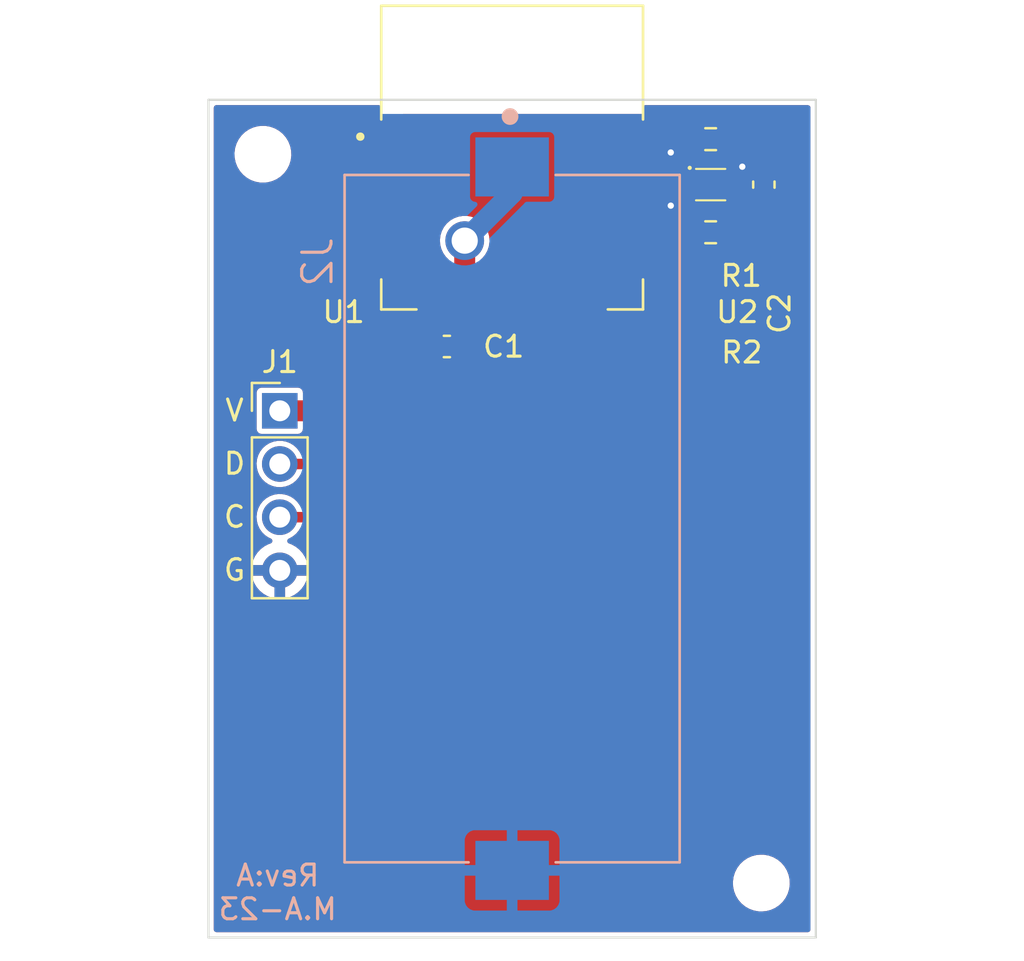
<source format=kicad_pcb>
(kicad_pcb (version 20211014) (generator pcbnew)
  (title_block (title "Temperature node") (date "2023-01-07") (rev "A") (company "Markus Andersson"))
  (layers (0 "F.Cu" signal) (31 "B.Cu" signal) (34 "B.Paste" user) (35 "F.Paste" user) (36 "B.SilkS" user "B.Silkscreen") (37 "F.SilkS" user "F.Silkscreen") (38 "B.Mask" user) (39 "F.Mask" user) (44 "Edge.Cuts" user))
  (net 0 "")
  (net 1 "+BATT")
  (net 2 "GND")
  (net 3 "/TEMP_VDD")
  (net 4 "/SWDIO")
  (net 5 "/SWCLK")
  (net 6 "/SDA")
  (net 7 "/SCL")
  (footprint "Resistor_SMD:R_0603_1608Metric_Pad0.98x0.95mm_HandSolder" (layer "F.Cu") (at 160.655 81.28 180)
    (fp_text reference "R1" (at -1.46 -6.525) (layer "F.SilkS"))
    (fp_text value "4k7")
    (fp_line (start -0.254724 -0.5225) (end 0.254724 -0.5225) (layer "F.SilkS") (width 0.12))
    (fp_line (start -0.254724 0.5225) (end 0.254724 0.5225) (layer "F.SilkS") (width 0.12))
    (pad "1" smd roundrect (at -0.9125 0 180) (size 0.975 0.95) (layers "F.Cu" "F.Paste" "F.Mask") (net 3 "/TEMP_VDD"))
    (pad "2" smd roundrect (at 0.9125 0 180) (size 0.975 0.95) (layers "F.Cu" "F.Paste" "F.Mask") (net 6 "/SDA"))
  )
  (footprint "MountingHole:MountingHole_2.2mm_M2_DIN965" (layer "F.Cu") (at 139.275 82)
    (fp_text reference "MH1" hide)
    (fp_text value "MountingHole_2.2mm_M2_DIN965")
    (pad "" np_thru_hole circle (at 0 0) (size 2.2 2.2) (drill 2.2) (layers *.Cu *.Mask))
  )
  (footprint "Resistor_SMD:R_0603_1608Metric_Pad0.98x0.95mm_HandSolder" (layer "F.Cu") (at 160.655 85.725 180)
    (fp_text reference "R2" (at -1.485 -5.74) (layer "F.SilkS"))
    (fp_text value "4k7")
    (fp_line (start -0.254724 0.5225) (end 0.254724 0.5225) (layer "F.SilkS") (width 0.12))
    (fp_line (start -0.254724 -0.5225) (end 0.254724 -0.5225) (layer "F.SilkS") (width 0.12))
    (pad "1" smd roundrect (at -0.9125 0 180) (size 0.975 0.95) (layers "F.Cu" "F.Paste" "F.Mask") (net 3 "/TEMP_VDD"))
    (pad "2" smd roundrect (at 0.9125 0 180) (size 0.975 0.95) (layers "F.Cu" "F.Paste" "F.Mask") (net 7 "/SCL"))
  )
  (footprint "Capacitor_SMD:C_0603_1608Metric_Pad1.08x0.95mm_HandSolder" (layer "F.Cu") (at 148.06 91.18 180)
    (fp_text reference "C1" (at -2.71 -0.005) (layer "F.SilkS"))
    (fp_text value "100n")
    (fp_line (start -0.146267 -0.51) (end 0.146267 -0.51) (layer "F.SilkS") (width 0.12))
    (fp_line (start -0.146267 0.51) (end 0.146267 0.51) (layer "F.SilkS") (width 0.12))
    (pad "1" smd roundrect (at -0.8625 0 180) (size 1.075 0.95) (layers "F.Cu" "F.Paste" "F.Mask") (net 1 "+BATT"))
    (pad "2" smd roundrect (at 0.8625 0 180) (size 1.075 0.95) (layers "F.Cu" "F.Paste" "F.Mask") (net 2 "GND"))
  )
  (footprint "STS4X:STS4X" (layer "F.Cu") (at 160.655 83.45)
    (fp_text reference "U2" (at 1.27 6.085) (layer "F.SilkS"))
    (fp_text value "STS40-CD1B-R3")
    (fp_line (start -0.7 -0.75) (end 0.7 -0.75) (layer "F.SilkS") (width 0.1))
    (fp_line (start -0.7 0.75) (end 0.7 0.75) (layer "F.SilkS") (width 0.1))
    (fp_circle (center -1 -0.8) (end -0.95 -0.8) (layer "F.SilkS") (width 0.1) (fill none))
    (pad "1" smd rect locked (at -0.7 -0.4) (size 0.5 0.3) (layers "F.Cu" "F.Paste" "F.Mask") (net 6 "/SDA"))
    (pad "2" smd rect locked (at -0.7 0.4) (size 0.5 0.3) (layers "F.Cu" "F.Paste" "F.Mask") (net 7 "/SCL"))
    (pad "3" smd rect locked (at 0.7 0.4) (size 0.5 0.3) (layers "F.Cu" "F.Paste" "F.Mask") (net 3 "/TEMP_VDD"))
    (pad "4" smd rect locked (at 0.7 -0.4) (size 0.5 0.3) (layers "F.Cu" "F.Paste" "F.Mask") (net 2 "GND"))
  )
  (footprint "MountingHole:MountingHole_2.2mm_M2_DIN965" (layer "F.Cu") (at 163.075 116.8)
    (fp_text reference "MH2" hide)
    (fp_text value "MountingHole_2.2mm_M2_DIN965")
    (pad "" np_thru_hole circle (at 0 0) (size 2.2 2.2) (drill 2.2) (layers *.Cu *.Mask))
  )
  (footprint "DA14531MOD-00F01002:XCVR_DA14531MOD-00F01002" (layer "F.Cu") (at 151.175 82.16)
    (fp_text reference "U1" (at -8.046 7.375) (layer "F.SilkS"))
    (fp_text value "DA14531MOD-00F01002")
    (fp_line (start 6.25 7.25) (end 4.57 7.25) (layer "F.SilkS") (width 0.127))
    (fp_line (start -6.25 -7.25) (end 6.25 -7.25) (layer "F.SilkS") (width 0.127))
    (fp_line (start -6.25 -1.82) (end -6.25 -7.25) (layer "F.SilkS") (width 0.127))
    (fp_line (start 6.25 -7.25) (end 6.25 -1.82) (layer "F.SilkS") (width 0.127))
    (fp_line (start -4.57 7.25) (end -6.25 7.25) (layer "F.SilkS") (width 0.127))
    (fp_line (start 6.25 5.82) (end 6.25 7.25) (layer "F.SilkS") (width 0.127))
    (fp_line (start -6.25 7.25) (end -6.25 5.82) (layer "F.SilkS") (width 0.127))
    (fp_circle (center -7.25 -1) (end -7.15 -1) (layer "F.SilkS") (width 0.2) (fill none))
    (pad "J1" smd custom locked (at -5.75 -1) (size 0.1 0.1) (layers "F.Cu") (net 2 "GND") (options (clearance outline) (anchor rect)) (primitives (gr_poly (pts (xy 0.1 -0.5) (xy -0.5 -0.5) (xy -0.526 -0.499) (xy -0.552 -0.497) (xy -0.578 -0.494) (xy -0.604 -0.489) (xy -0.629 -0.483) (xy -0.655 -0.476) (xy -0.679 -0.467) (xy -0.703 -0.457) (xy -0.727 -0.446) (xy -0.75 -0.433) (xy -0.772 -0.419) (xy -0.794 -0.405) (xy -0.815 -0.389) (xy -0.835 -0.372) (xy -0.854 -0.354) (xy -0.872 -0.335) (xy -0.889 -0.315) (xy -0.905 -0.294) (xy -0.919 -0.272) (xy -0.933 -0.25) (xy -0.946 -0.227) (xy -0.957 -0.203) (xy -0.967 -0.179) (xy -0.976 -0.155) (xy -0.983 -0.129) (xy -0.989 -0.104) (xy -0.994 -0.078) (xy -0.997 -0.052) (xy -0.999 -0.026) (xy -1 0) (xy -0.999 0.026) (xy -0.997 0.052) (xy -0.994 0.078) (xy -0.989 0.104) (xy -0.983 0.129) (xy -0.976 0.155) (xy -0.967 0.179) (xy -0.957 0.203) (xy -0.946 0.227) (xy -0.933 0.25) (xy -0.919 0.272) (xy -0.905 0.294) (xy -0.889 0.315) (xy -0.872 0.335) (xy -0.854 0.354) (xy -0.835 0.372) (xy -0.815 0.389) (xy -0.794 0.405) (xy -0.772 0.419) (xy -0.75 0.433) (xy -0.727 0.446) (xy -0.703 0.457) (xy -0.679 0.467) (xy -0.655 0.476) (xy -0.629 0.483) (xy -0.604 0.489) (xy -0.578 0.494) (xy -0.552 0.497) (xy -0.526 0.499) (xy -0.5 0.5) (xy 0.1 0.5) (xy 0.1 -0.5)) (width 0.01) (fill yes))))
    (pad "J2" smd custom locked (at -5.75 0.5) (size 0.1 0.1) (layers "F.Cu") (net 2 "GND") (options (clearance outline) (anchor rect)) (primitives (gr_poly (pts (xy 1 -0.5) (xy -0.5 -0.5) (xy -0.526 -0.499) (xy -0.552 -0.497) (xy -0.578 -0.494) (xy -0.604 -0.489) (xy -0.629 -0.483) (xy -0.655 -0.476) (xy -0.679 -0.467) (xy -0.703 -0.457) (xy -0.727 -0.446) (xy -0.75 -0.433) (xy -0.772 -0.419) (xy -0.794 -0.405) (xy -0.815 -0.389) (xy -0.835 -0.372) (xy -0.854 -0.354) (xy -0.872 -0.335) (xy -0.889 -0.315) (xy -0.905 -0.294) (xy -0.919 -0.272) (xy -0.933 -0.25) (xy -0.946 -0.227) (xy -0.957 -0.203) (xy -0.967 -0.179) (xy -0.976 -0.155) (xy -0.983 -0.129) (xy -0.989 -0.104) (xy -0.994 -0.078) (xy -0.997 -0.052) (xy -0.999 -0.026) (xy -1 0) (xy -0.999 0.026) (xy -0.997 0.052) (xy -0.994 0.078) (xy -0.989 0.104) (xy -0.983 0.129) (xy -0.976 0.155) (xy -0.967 0.179) (xy -0.957 0.203) (xy -0.946 0.227) (xy -0.933 0.25) (xy -0.919 0.272) (xy -0.905 0.294) (xy -0.889 0.315) (xy -0.872 0.335) (xy -0.854 0.354) (xy -0.835 0.372) (xy -0.815 0.389) (xy -0.794 0.405) (xy -0.772 0.419) (xy -0.75 0.433) (xy -0.727 0.446) (xy -0.703 0.457) (xy -0.679 0.467) (xy -0.655 0.476) (xy -0.629 0.483) (xy -0.604 0.489) (xy -0.578 0.494) (xy -0.552 0.497) (xy -0.526 0.499) (xy -0.5 0.5) (xy 1 0.5) (xy 1 -0.5)) (width 0.01) (fill yes))))
    (pad "J3" smd custom locked (at -5.75 2) (size 0.1 0.1) (layers "F.Cu") (net 2 "GND") (options (clearance outline) (anchor rect)) (primitives (gr_poly (pts (xy 1 -0.5) (xy -0.5 -0.5) (xy -0.526 -0.499) (xy -0.552 -0.497) (xy -0.578 -0.494) (xy -0.604 -0.489) (xy -0.629 -0.483) (xy -0.655 -0.476) (xy -0.679 -0.467) (xy -0.703 -0.457) (xy -0.727 -0.446) (xy -0.75 -0.433) (xy -0.772 -0.419) (xy -0.794 -0.405) (xy -0.815 -0.389) (xy -0.835 -0.372) (xy -0.854 -0.354) (xy -0.872 -0.335) (xy -0.889 -0.315) (xy -0.905 -0.294) (xy -0.919 -0.272) (xy -0.933 -0.25) (xy -0.946 -0.227) (xy -0.957 -0.203) (xy -0.967 -0.179) (xy -0.976 -0.155) (xy -0.983 -0.129) (xy -0.989 -0.104) (xy -0.994 -0.078) (xy -0.997 -0.052) (xy -0.999 -0.026) (xy -1 0) (xy -0.999 0.026) (xy -0.997 0.052) (xy -0.994 0.078) (xy -0.989 0.104) (xy -0.983 0.129) (xy -0.976 0.155) (xy -0.967 0.179) (xy -0.957 0.203) (xy -0.946 0.227) (xy -0.933 0.25) (xy -0.919 0.272) (xy -0.905 0.294) (xy -0.889 0.315) (xy -0.872 0.335) (xy -0.854 0.354) (xy -0.835 0.372) (xy -0.815 0.389) (xy -0.794 0.405) (xy -0.772 0.419) (xy -0.75 0.433) (xy -0.727 0.446) (xy -0.703 0.457) (xy -0.679 0.467) (xy -0.655 0.476) (xy -0.629 0.483) (xy -0.604 0.489) (xy -0.578 0.494) (xy -0.552 0.497) (xy -0.526 0.499) (xy -0.5 0.5) (xy 1 0.5) (xy 1 -0.5)) (width 0.01) (fill yes))))
    (pad "J4" smd custom locked (at -5.75 3.5) (size 0.1 0.1) (layers "F.Cu") (net 2 "GND") (options (clearance outline) (anchor rect)) (primitives (gr_poly (pts (xy 1 -0.5) (xy -0.5 -0.5) (xy -0.526 -0.499) (xy -0.552 -0.497) (xy -0.578 -0.494) (xy -0.604 -0.489) (xy -0.629 -0.483) (xy -0.655 -0.476) (xy -0.679 -0.467) (xy -0.703 -0.457) (xy -0.727 -0.446) (xy -0.75 -0.433) (xy -0.772 -0.419) (xy -0.794 -0.405) (xy -0.815 -0.389) (xy -0.835 -0.372) (xy -0.854 -0.354) (xy -0.872 -0.335) (xy -0.889 -0.315) (xy -0.905 -0.294) (xy -0.919 -0.272) (xy -0.933 -0.25) (xy -0.946 -0.227) (xy -0.957 -0.203) (xy -0.967 -0.179) (xy -0.976 -0.155) (xy -0.983 -0.129) (xy -0.989 -0.104) (xy -0.994 -0.078) (xy -0.997 -0.052) (xy -0.999 -0.026) (xy -1 0) (xy -0.999 0.026) (xy -0.997 0.052) (xy -0.994 0.078) (xy -0.989 0.104) (xy -0.983 0.129) (xy -0.976 0.155) (xy -0.967 0.179) (xy -0.957 0.203) (xy -0.946 0.227) (xy -0.933 0.25) (xy -0.919 0.272) (xy -0.905 0.294) (xy -0.889 0.315) (xy -0.872 0.335) (xy -0.854 0.354) (xy -0.835 0.372) (xy -0.815 0.389) (xy -0.794 0.405) (xy -0.772 0.419) (xy -0.75 0.433) (xy -0.727 0.446) (xy -0.703 0.457) (xy -0.679 0.467) (xy -0.655 0.476) (xy -0.629 0.483) (xy -0.604 0.489) (xy -0.578 0.494) (xy -0.552 0.497) (xy -0.526 0.499) (xy -0.5 0.5) (xy 1 0.5) (xy 1 -0.5)) (width 0.01) (fill yes))))
    (pad "J5" smd custom locked (at -5.75 5) (size 0.1 0.1) (layers "F.Cu") (options (clearance outline) (anchor rect)) (primitives (gr_poly (pts (xy 1 -0.5) (xy -0.5 -0.5) (xy -0.526 -0.499) (xy -0.552 -0.497) (xy -0.578 -0.494) (xy -0.604 -0.489) (xy -0.629 -0.483) (xy -0.655 -0.476) (xy -0.679 -0.467) (xy -0.703 -0.457) (xy -0.727 -0.446) (xy -0.75 -0.433) (xy -0.772 -0.419) (xy -0.794 -0.405) (xy -0.815 -0.389) (xy -0.835 -0.372) (xy -0.854 -0.354) (xy -0.872 -0.335) (xy -0.889 -0.315) (xy -0.905 -0.294) (xy -0.919 -0.272) (xy -0.933 -0.25) (xy -0.946 -0.227) (xy -0.957 -0.203) (xy -0.967 -0.179) (xy -0.976 -0.155) (xy -0.983 -0.129) (xy -0.989 -0.104) (xy -0.994 -0.078) (xy -0.997 -0.052) (xy -0.999 -0.026) (xy -1 0) (xy -0.999 0.026) (xy -0.997 0.052) (xy -0.994 0.078) (xy -0.989 0.104) (xy -0.983 0.129) (xy -0.976 0.155) (xy -0.967 0.179) (xy -0.957 0.203) (xy -0.946 0.227) (xy -0.933 0.25) (xy -0.919 0.272) (xy -0.905 0.294) (xy -0.889 0.315) (xy -0.872 0.335) (xy -0.854 0.354) (xy -0.835 0.372) (xy -0.815 0.389) (xy -0.794 0.405) (xy -0.772 0.419) (xy -0.75 0.433) (xy -0.727 0.446) (xy -0.703 0.457) (xy -0.679 0.467) (xy -0.655 0.476) (xy -0.629 0.483) (xy -0.604 0.489) (xy -0.578 0.494) (xy -0.552 0.497) (xy -0.526 0.499) (xy -0.5 0.5) (xy 1 0.5) (xy 1 -0.5)) (width 0.01) (fill yes))))
    (pad "J6" smd custom locked (at -3.75 6.75) (size 0.1 0.1) (layers "F.Cu") (net 2 "GND") (options (clearance outline) (anchor rect)) (primitives (gr_poly (pts (xy -0.5 -1) (xy -0.5 0.5) (xy -0.499 0.526) (xy -0.497 0.552) (xy -0.494 0.578) (xy -0.489 0.604) (xy -0.483 0.629) (xy -0.476 0.655) (xy -0.467 0.679) (xy -0.457 0.703) (xy -0.446 0.727) (xy -0.433 0.75) (xy -0.419 0.772) (xy -0.405 0.794) (xy -0.389 0.815) (xy -0.372 0.835) (xy -0.354 0.854) (xy -0.335 0.872) (xy -0.315 0.889) (xy -0.294 0.905) (xy -0.272 0.919) (xy -0.25 0.933) (xy -0.227 0.946) (xy -0.203 0.957) (xy -0.179 0.967) (xy -0.155 0.976) (xy -0.129 0.983) (xy -0.104 0.989) (xy -0.078 0.994) (xy -0.052 0.997) (xy -0.026 0.999) (xy 0 1) (xy 0.026 0.999) (xy 0.052 0.997) (xy 0.078 0.994) (xy 0.104 0.989) (xy 0.129 0.983) (xy 0.155 0.976) (xy 0.179 0.967) (xy 0.203 0.957) (xy 0.227 0.946) (xy 0.25 0.933) (xy 0.272 0.919) (xy 0.294 0.905) (xy 0.315 0.889) (xy 0.335 0.872) (xy 0.354 0.854) (xy 0.372 0.835) (xy 0.389 0.815) (xy 0.405 0.794) (xy 0.419 0.772) (xy 0.433 0.75) (xy 0.446 0.727) (xy 0.457 0.703) (xy 0.467 0.679) (xy 0.476 0.655) (xy 0.483 0.629) (xy 0.489 0.604) (xy 0.494 0.578) (xy 0.497 0.552) (xy 0.499 0.526) (xy 0.5 0.5) (xy 0.5 -1) (xy -0.5 -1)) (width 0.01) (fill yes))))
    (pad "J7" smd custom locked (at -2.25 6.75) (size 0.1 0.1) (layers "F.Cu") (net 1 "+BATT") (options (clearance outline) (anchor rect)) (primitives (gr_poly (pts (xy -0.5 -1) (xy -0.5 0.5) (xy -0.499 0.526) (xy -0.497 0.552) (xy -0.494 0.578) (xy -0.489 0.604) (xy -0.483 0.629) (xy -0.476 0.655) (xy -0.467 0.679) (xy -0.457 0.703) (xy -0.446 0.727) (xy -0.433 0.75) (xy -0.419 0.772) (xy -0.405 0.794) (xy -0.389 0.815) (xy -0.372 0.835) (xy -0.354 0.854) (xy -0.335 0.872) (xy -0.315 0.889) (xy -0.294 0.905) (xy -0.272 0.919) (xy -0.25 0.933) (xy -0.227 0.946) (xy -0.203 0.957) (xy -0.179 0.967) (xy -0.155 0.976) (xy -0.129 0.983) (xy -0.104 0.989) (xy -0.078 0.994) (xy -0.052 0.997) (xy -0.026 0.999) (xy 0 1) (xy 0.026 0.999) (xy 0.052 0.997) (xy 0.078 0.994) (xy 0.104 0.989) (xy 0.129 0.983) (xy 0.155 0.976) (xy 0.179 0.967) (xy 0.203 0.957) (xy 0.227 0.946) (xy 0.25 0.933) (xy 0.272 0.919) (xy 0.294 0.905) (xy 0.315 0.889) (xy 0.335 0.872) (xy 0.354 0.854) (xy 0.372 0.835) (xy 0.389 0.815) (xy 0.405 0.794) (xy 0.419 0.772) (xy 0.433 0.75) (xy 0.446 0.727) (xy 0.457 0.703) (xy 0.467 0.679) (xy 0.476 0.655) (xy 0.483 0.629) (xy 0.489 0.604) (xy 0.494 0.578) (xy 0.497 0.552) (xy 0.499 0.526) (xy 0.5 0.5) (xy 0.5 -1) (xy -0.5 -1)) (width 0.01) (fill yes))))
    (pad "J8" smd custom locked (at -0.75 6.75) (size 0.1 0.1) (layers "F.Cu") (options (clearance outline) (anchor rect)) (primitives (gr_poly (pts (xy -0.5 -1) (xy -0.5 0.5) (xy -0.499 0.526) (xy -0.497 0.552) (xy -0.494 0.578) (xy -0.489 0.604) (xy -0.483 0.629) (xy -0.476 0.655) (xy -0.467 0.679) (xy -0.457 0.703) (xy -0.446 0.727) (xy -0.433 0.75) (xy -0.419 0.772) (xy -0.405 0.794) (xy -0.389 0.815) (xy -0.372 0.835) (xy -0.354 0.854) (xy -0.335 0.872) (xy -0.315 0.889) (xy -0.294 0.905) (xy -0.272 0.919) (xy -0.25 0.933) (xy -0.227 0.946) (xy -0.203 0.957) (xy -0.179 0.967) (xy -0.155 0.976) (xy -0.129 0.983) (xy -0.104 0.989) (xy -0.078 0.994) (xy -0.052 0.997) (xy -0.026 0.999) (xy 0 1) (xy 0.026 0.999) (xy 0.052 0.997) (xy 0.078 0.994) (xy 0.104 0.989) (xy 0.129 0.983) (xy 0.155 0.976) (xy 0.179 0.967) (xy 0.203 0.957) (xy 0.227 0.946) (xy 0.25 0.933) (xy 0.272 0.919) (xy 0.294 0.905) (xy 0.315 0.889) (xy 0.335 0.872) (xy 0.354 0.854) (xy 0.372 0.835) (xy 0.389 0.815) (xy 0.405 0.794) (xy 0.419 0.772) (xy 0.433 0.75) (xy 0.446 0.727) (xy 0.457 0.703) (xy 0.467 0.679) (xy 0.476 0.655) (xy 0.483 0.629) (xy 0.489 0.604) (xy 0.494 0.578) (xy 0.497 0.552) (xy 0.499 0.526) (xy 0.5 0.5) (xy 0.5 -1) (xy -0.5 -1)) (width 0.01) (fill yes))))
    (pad "J9" smd custom locked (at 0.75 6.75) (size 0.1 0.1) (layers "F.Cu") (net 4 "/SWDIO") (options (clearance outline) (anchor rect)) (primitives (gr_poly (pts (xy -0.5 -1) (xy -0.5 0.5) (xy -0.499 0.526) (xy -0.497 0.552) (xy -0.494 0.578) (xy -0.489 0.604) (xy -0.483 0.629) (xy -0.476 0.655) (xy -0.467 0.679) (xy -0.457 0.703) (xy -0.446 0.727) (xy -0.433 0.75) (xy -0.419 0.772) (xy -0.405 0.794) (xy -0.389 0.815) (xy -0.372 0.835) (xy -0.354 0.854) (xy -0.335 0.872) (xy -0.315 0.889) (xy -0.294 0.905) (xy -0.272 0.919) (xy -0.25 0.933) (xy -0.227 0.946) (xy -0.203 0.957) (xy -0.179 0.967) (xy -0.155 0.976) (xy -0.129 0.983) (xy -0.104 0.989) (xy -0.078 0.994) (xy -0.052 0.997) (xy -0.026 0.999) (xy 0 1) (xy 0.026 0.999) (xy 0.052 0.997) (xy 0.078 0.994) (xy 0.104 0.989) (xy 0.129 0.983) (xy 0.155 0.976) (xy 0.179 0.967) (xy 0.203 0.957) (xy 0.227 0.946) (xy 0.25 0.933) (xy 0.272 0.919) (xy 0.294 0.905) (xy 0.315 0.889) (xy 0.335 0.872) (xy 0.354 0.854) (xy 0.372 0.835) (xy 0.389 0.815) (xy 0.405 0.794) (xy 0.419 0.772) (xy 0.433 0.75) (xy 0.446 0.727) (xy 0.457 0.703) (xy 0.467 0.679) (xy 0.476 0.655) (xy 0.483 0.629) (xy 0.489 0.604) (xy 0.494 0.578) (xy 0.497 0.552) (xy 0.499 0.526) (xy 0.5 0.5) (xy 0.5 -1) (xy -0.5 -1)) (width 0.01) (fill yes))))
    (pad "J10" smd custom locked (at 2.25 6.75) (size 0.1 0.1) (layers "F.Cu") (net 5 "/SWCLK") (options (clearance outline) (anchor rect)) (primitives (gr_poly (pts (xy -0.5 -1) (xy -0.5 0.5) (xy -0.499 0.526) (xy -0.497 0.552) (xy -0.494 0.578) (xy -0.489 0.604) (xy -0.483 0.629) (xy -0.476 0.655) (xy -0.467 0.679) (xy -0.457 0.703) (xy -0.446 0.727) (xy -0.433 0.75) (xy -0.419 0.772) (xy -0.405 0.794) (xy -0.389 0.815) (xy -0.372 0.835) (xy -0.354 0.854) (xy -0.335 0.872) (xy -0.315 0.889) (xy -0.294 0.905) (xy -0.272 0.919) (xy -0.25 0.933) (xy -0.227 0.946) (xy -0.203 0.957) (xy -0.179 0.967) (xy -0.155 0.976) (xy -0.129 0.983) (xy -0.104 0.989) (xy -0.078 0.994) (xy -0.052 0.997) (xy -0.026 0.999) (xy 0 1) (xy 0.026 0.999) (xy 0.052 0.997) (xy 0.078 0.994) (xy 0.104 0.989) (xy 0.129 0.983) (xy 0.155 0.976) (xy 0.179 0.967) (xy 0.203 0.957) (xy 0.227 0.946) (xy 0.25 0.933) (xy 0.272 0.919) (xy 0.294 0.905) (xy 0.315 0.889) (xy 0.335 0.872) (xy 0.354 0.854) (xy 0.372 0.835) (xy 0.389 0.815) (xy 0.405 0.794) (xy 0.419 0.772) (xy 0.433 0.75) (xy 0.446 0.727) (xy 0.457 0.703) (xy 0.467 0.679) (xy 0.476 0.655) (xy 0.483 0.629) (xy 0.489 0.604) (xy 0.494 0.578) (xy 0.497 0.552) (xy 0.499 0.526) (xy 0.5 0.5) (xy 0.5 -1) (xy -0.5 -1)) (width 0.01) (fill yes))))
    (pad "J11" smd custom locked (at 3.75 6.75) (size 0.1 0.1) (layers "F.Cu") (net 2 "GND") (options (clearance outline) (anchor rect)) (primitives (gr_poly (pts (xy -0.5 -1) (xy -0.5 0.5) (xy -0.499 0.526) (xy -0.497 0.552) (xy -0.494 0.578) (xy -0.489 0.604) (xy -0.483 0.629) (xy -0.476 0.655) (xy -0.467 0.679) (xy -0.457 0.703) (xy -0.446 0.727) (xy -0.433 0.75) (xy -0.419 0.772) (xy -0.405 0.794) (xy -0.389 0.815) (xy -0.372 0.835) (xy -0.354 0.854) (xy -0.335 0.872) (xy -0.315 0.889) (xy -0.294 0.905) (xy -0.272 0.919) (xy -0.25 0.933) (xy -0.227 0.946) (xy -0.203 0.957) (xy -0.179 0.967) (xy -0.155 0.976) (xy -0.129 0.983) (xy -0.104 0.989) (xy -0.078 0.994) (xy -0.052 0.997) (xy -0.026 0.999) (xy 0 1) (xy 0.026 0.999) (xy 0.052 0.997) (xy 0.078 0.994) (xy 0.104 0.989) (xy 0.129 0.983) (xy 0.155 0.976) (xy 0.179 0.967) (xy 0.203 0.957) (xy 0.227 0.946) (xy 0.25 0.933) (xy 0.272 0.919) (xy 0.294 0.905) (xy 0.315 0.889) (xy 0.335 0.872) (xy 0.354 0.854) (xy 0.372 0.835) (xy 0.389 0.815) (xy 0.405 0.794) (xy 0.419 0.772) (xy 0.433 0.75) (xy 0.446 0.727) (xy 0.457 0.703) (xy 0.467 0.679) (xy 0.476 0.655) (xy 0.483 0.629) (xy 0.489 0.604) (xy 0.494 0.578) (xy 0.497 0.552) (xy 0.499 0.526) (xy 0.5 0.5) (xy 0.5 -1) (xy -0.5 -1)) (width 0.01) (fill yes))))
    (pad "J12" smd custom locked (at 5.75 5) (size 0.1 0.1) (layers "F.Cu") (options (clearance outline) (anchor rect)) (primitives (gr_poly (pts (xy -1 0.5) (xy 0.5 0.5) (xy 0.526 0.499) (xy 0.552 0.497) (xy 0.578 0.494) (xy 0.604 0.489) (xy 0.629 0.483) (xy 0.655 0.476) (xy 0.679 0.467) (xy 0.703 0.457) (xy 0.727 0.446) (xy 0.75 0.433) (xy 0.772 0.419) (xy 0.794 0.405) (xy 0.815 0.389) (xy 0.835 0.372) (xy 0.854 0.354) (xy 0.872 0.335) (xy 0.889 0.315) (xy 0.905 0.294) (xy 0.919 0.272) (xy 0.933 0.25) (xy 0.946 0.227) (xy 0.957 0.203) (xy 0.967 0.179) (xy 0.976 0.155) (xy 0.983 0.129) (xy 0.989 0.104) (xy 0.994 0.078) (xy 0.997 0.052) (xy 0.999 0.026) (xy 1 0) (xy 0.999 -0.026) (xy 0.997 -0.052) (xy 0.994 -0.078) (xy 0.989 -0.104) (xy 0.983 -0.129) (xy 0.976 -0.155) (xy 0.967 -0.179) (xy 0.957 -0.203) (xy 0.946 -0.227) (xy 0.933 -0.25) (xy 0.919 -0.272) (xy 0.905 -0.294) (xy 0.889 -0.315) (xy 0.872 -0.335) (xy 0.854 -0.354) (xy 0.835 -0.372) (xy 0.815 -0.389) (xy 0.794 -0.405) (xy 0.772 -0.419) (xy 0.75 -0.433) (xy 0.727 -0.446) (xy 0.703 -0.457) (xy 0.679 -0.467) (xy 0.655 -0.476) (xy 0.629 -0.483) (xy 0.604 -0.489) (xy 0.578 -0.494) (xy 0.552 -0.497) (xy 0.526 -0.499) (xy 0.5 -0.5) (xy -1 -0.5) (xy -1 0.5)) (width 0.01) (fill yes))))
    (pad "J13" smd custom locked (at 5.75 3.5) (size 0.1 0.1) (layers "F.Cu") (net 3 "/TEMP_VDD") (options (clearance outline) (anchor rect)) (primitives (gr_poly (pts (xy -1 0.5) (xy 0.5 0.5) (xy 0.526 0.499) (xy 0.552 0.497) (xy 0.578 0.494) (xy 0.604 0.489) (xy 0.629 0.483) (xy 0.655 0.476) (xy 0.679 0.467) (xy 0.703 0.457) (xy 0.727 0.446) (xy 0.75 0.433) (xy 0.772 0.419) (xy 0.794 0.405) (xy 0.815 0.389) (xy 0.835 0.372) (xy 0.854 0.354) (xy 0.872 0.335) (xy 0.889 0.315) (xy 0.905 0.294) (xy 0.919 0.272) (xy 0.933 0.25) (xy 0.946 0.227) (xy 0.957 0.203) (xy 0.967 0.179) (xy 0.976 0.155) (xy 0.983 0.129) (xy 0.989 0.104) (xy 0.994 0.078) (xy 0.997 0.052) (xy 0.999 0.026) (xy 1 0) (xy 0.999 -0.026) (xy 0.997 -0.052) (xy 0.994 -0.078) (xy 0.989 -0.104) (xy 0.983 -0.129) (xy 0.976 -0.155) (xy 0.967 -0.179) (xy 0.957 -0.203) (xy 0.946 -0.227) (xy 0.933 -0.25) (xy 0.919 -0.272) (xy 0.905 -0.294) (xy 0.889 -0.315) (xy 0.872 -0.335) (xy 0.854 -0.354) (xy 0.835 -0.372) (xy 0.815 -0.389) (xy 0.794 -0.405) (xy 0.772 -0.419) (xy 0.75 -0.433) (xy 0.727 -0.446) (xy 0.703 -0.457) (xy 0.679 -0.467) (xy 0.655 -0.476) (xy 0.629 -0.483) (xy 0.604 -0.489) (xy 0.578 -0.494) (xy 0.552 -0.497) (xy 0.526 -0.499) (xy 0.5 -0.5) (xy -1 -0.5) (xy -1 0.5)) (width 0.01) (fill yes))))
    (pad "J14" smd custom locked (at 5.75 2) (size 0.1 0.1) (layers "F.Cu") (options (clearance outline) (anchor rect)) (primitives (gr_poly (pts (xy -1 0.5) (xy 0.5 0.5) (xy 0.526 0.499) (xy 0.552 0.497) (xy 0.578 0.494) (xy 0.604 0.489) (xy 0.629 0.483) (xy 0.655 0.476) (xy 0.679 0.467) (xy 0.703 0.457) (xy 0.727 0.446) (xy 0.75 0.433) (xy 0.772 0.419) (xy 0.794 0.405) (xy 0.815 0.389) (xy 0.835 0.372) (xy 0.854 0.354) (xy 0.872 0.335) (xy 0.889 0.315) (xy 0.905 0.294) (xy 0.919 0.272) (xy 0.933 0.25) (xy 0.946 0.227) (xy 0.957 0.203) (xy 0.967 0.179) (xy 0.976 0.155) (xy 0.983 0.129) (xy 0.989 0.104) (xy 0.994 0.078) (xy 0.997 0.052) (xy 0.999 0.026) (xy 1 0) (xy 0.999 -0.026) (xy 0.997 -0.052) (xy 0.994 -0.078) (xy 0.989 -0.104) (xy 0.983 -0.129) (xy 0.976 -0.155) (xy 0.967 -0.179) (xy 0.957 -0.203) (xy 0.946 -0.227) (xy 0.933 -0.25) (xy 0.919 -0.272) (xy 0.905 -0.294) (xy 0.889 -0.315) (xy 0.872 -0.335) (xy 0.854 -0.354) (xy 0.835 -0.372) (xy 0.815 -0.389) (xy 0.794 -0.405) (xy 0.772 -0.419) (xy 0.75 -0.433) (xy 0.727 -0.446) (xy 0.703 -0.457) (xy 0.679 -0.467) (xy 0.655 -0.476) (xy 0.629 -0.483) (xy 0.604 -0.489) (xy 0.578 -0.494) (xy 0.552 -0.497) (xy 0.526 -0.499) (xy 0.5 -0.5) (xy -1 -0.5) (xy -1 0.5)) (width 0.01) (fill yes))))
    (pad "J15" smd custom locked (at 5.75 0.5) (size 0.1 0.1) (layers "F.Cu") (net 7 "/SCL") (options (clearance outline) (anchor rect)) (primitives (gr_poly (pts (xy -1 0.5) (xy 0.5 0.5) (xy 0.526 0.499) (xy 0.552 0.497) (xy 0.578 0.494) (xy 0.604 0.489) (xy 0.629 0.483) (xy 0.655 0.476) (xy 0.679 0.467) (xy 0.703 0.457) (xy 0.727 0.446) (xy 0.75 0.433) (xy 0.772 0.419) (xy 0.794 0.405) (xy 0.815 0.389) (xy 0.835 0.372) (xy 0.854 0.354) (xy 0.872 0.335) (xy 0.889 0.315) (xy 0.905 0.294) (xy 0.919 0.272) (xy 0.933 0.25) (xy 0.946 0.227) (xy 0.957 0.203) (xy 0.967 0.179) (xy 0.976 0.155) (xy 0.983 0.129) (xy 0.989 0.104) (xy 0.994 0.078) (xy 0.997 0.052) (xy 0.999 0.026) (xy 1 0) (xy 0.999 -0.026) (xy 0.997 -0.052) (xy 0.994 -0.078) (xy 0.989 -0.104) (xy 0.983 -0.129) (xy 0.976 -0.155) (xy 0.967 -0.179) (xy 0.957 -0.203) (xy 0.946 -0.227) (xy 0.933 -0.25) (xy 0.919 -0.272) (xy 0.905 -0.294) (xy 0.889 -0.315) (xy 0.872 -0.335) (xy 0.854 -0.354) (xy 0.835 -0.372) (xy 0.815 -0.389) (xy 0.794 -0.405) (xy 0.772 -0.419) (xy 0.75 -0.433) (xy 0.727 -0.446) (xy 0.703 -0.457) (xy 0.679 -0.467) (xy 0.655 -0.476) (xy 0.629 -0.483) (xy 0.604 -0.489) (xy 0.578 -0.494) (xy 0.552 -0.497) (xy 0.526 -0.499) (xy 0.5 -0.5) (xy -1 -0.5) (xy -1 0.5)) (width 0.01) (fill yes))))
    (pad "J16" smd custom locked (at 5.75 -1) (size 0.1 0.1) (layers "F.Cu") (net 6 "/SDA") (options (clearance outline) (anchor rect)) (primitives (gr_poly (pts (xy -1 0.5) (xy 0.5 0.5) (xy 0.526 0.499) (xy 0.552 0.497) (xy 0.578 0.494) (xy 0.604 0.489) (xy 0.629 0.483) (xy 0.655 0.476) (xy 0.679 0.467) (xy 0.703 0.457) (xy 0.727 0.446) (xy 0.75 0.433) (xy 0.772 0.419) (xy 0.794 0.405) (xy 0.815 0.389) (xy 0.835 0.372) (xy 0.854 0.354) (xy 0.872 0.335) (xy 0.889 0.315) (xy 0.905 0.294) (xy 0.919 0.272) (xy 0.933 0.25) (xy 0.946 0.227) (xy 0.957 0.203) (xy 0.967 0.179) (xy 0.976 0.155) (xy 0.983 0.129) (xy 0.989 0.104) (xy 0.994 0.078) (xy 0.997 0.052) (xy 0.999 0.026) (xy 1 0) (xy 0.999 -0.026) (xy 0.997 -0.052) (xy 0.994 -0.078) (xy 0.989 -0.104) (xy 0.983 -0.129) (xy 0.976 -0.155) (xy 0.967 -0.179) (xy 0.957 -0.203) (xy 0.946 -0.227) (xy 0.933 -0.25) (xy 0.919 -0.272) (xy 0.905 -0.294) (xy 0.889 -0.315) (xy 0.872 -0.335) (xy 0.854 -0.354) (xy 0.835 -0.372) (xy 0.815 -0.389) (xy 0.794 -0.405) (xy 0.772 -0.419) (xy 0.75 -0.433) (xy 0.727 -0.446) (xy 0.703 -0.457) (xy 0.679 -0.467) (xy 0.655 -0.476) (xy 0.629 -0.483) (xy 0.604 -0.489) (xy 0.578 -0.494) (xy 0.552 -0.497) (xy 0.526 -0.499) (xy 0.5 -0.5) (xy -1 -0.5) (xy -1 0.5)) (width 0.01) (fill yes))))
    (zone (net 0) (net_name "") (layer "F.Cu") (connect_pads (clearance 0)) (min_thickness 0.01)
      (keepout (tracks not_allowed) (vias not_allowed) (pads not_allowed) (copperpour not_allowed) (footprints allowed))
      (fill (thermal_gap 0.508) (thermal_bridge_width 0.508))
      (polygon (pts (xy 144.925 74.91) (xy 157.425 74.91) (xy 157.425 79.26) (xy 144.925 79.26)))
    )
  )
  (footprint "Connector_PinHeader_2.54mm:PinHeader_1x04_P2.54mm_Vertical" (layer "F.Cu") (at 140.08 94.25)
    (fp_text reference "J1" (at 0 -2.33) (layer "F.SilkS"))
    (fp_text value "PROG")
    (fp_line (start 1.33 1.27) (end 1.33 8.95) (layer "F.SilkS") (width 0.12))
    (fp_line (start -1.33 1.27) (end -1.33 8.95) (layer "F.SilkS") (width 0.12))
    (fp_line (start -1.33 0) (end -1.33 -1.33) (layer "F.SilkS") (width 0.12))
    (fp_line (start -1.33 8.95) (end 1.33 8.95) (layer "F.SilkS") (width 0.12))
    (fp_line (start -1.33 -1.33) (end 0 -1.33) (layer "F.SilkS") (width 0.12))
    (fp_line (start -1.33 1.27) (end 1.33 1.27) (layer "F.SilkS") (width 0.12))
    (pad "1" thru_hole rect (at 0 0) (size 1.7 1.7) (drill 1) (layers *.Cu *.Mask) (net 1 "+BATT"))
    (pad "2" thru_hole oval (at 0 2.54) (size 1.7 1.7) (drill 1) (layers *.Cu *.Mask) (net 4 "/SWDIO"))
    (pad "3" thru_hole oval (at 0 5.08) (size 1.7 1.7) (drill 1) (layers *.Cu *.Mask) (net 5 "/SWCLK"))
    (pad "4" thru_hole oval (at 0 7.62) (size 1.7 1.7) (drill 1) (layers *.Cu *.Mask) (net 2 "GND"))
  )
  (footprint "Capacitor_SMD:C_0603_1608Metric_Pad1.08x0.95mm_HandSolder" (layer "F.Cu") (at 163.195 83.45 -90)
    (fp_text reference "C2" (at 6.145 -0.745 90) (layer "F.SilkS"))
    (fp_text value "100n")
    (fp_line (start -0.146267 -0.51) (end 0.146267 -0.51) (layer "F.SilkS") (width 0.12))
    (fp_line (start -0.146267 0.51) (end 0.146267 0.51) (layer "F.SilkS") (width 0.12))
    (pad "1" smd roundrect (at -0.8625 0 270) (size 1.075 0.95) (layers "F.Cu" "F.Paste" "F.Mask") (net 2 "GND"))
    (pad "2" smd roundrect (at 0.8625 0 270) (size 1.075 0.95) (layers "F.Cu" "F.Paste" "F.Mask") (net 3 "/TEMP_VDD"))
  )
  (footprint "1052TR:KEYSTONE_1052TR" (layer "B.Cu") (at 151.175 99.4 -90)
    (fp_text reference "J2" (at -12.255 9.289 90) (layer "B.SilkS") (effects (font (size 1.4 1.4)) (justify mirror)))
    (fp_text value "1052TR")
    (fp_line (start -16.41 -8) (end -16.41 -2.08) (layer "B.SilkS") (width 0.127))
    (fp_line (start -16.41 2.08) (end -16.41 8) (layer "B.SilkS") (width 0.127))
    (fp_line (start -16.41 8) (end 16.41 8) (layer "B.SilkS") (width 0.127))
    (fp_line (start 16.41 8) (end 16.41 2.08) (layer "B.SilkS") (width 0.127))
    (fp_line (start 16.41 -8) (end -16.41 -8) (layer "B.SilkS") (width 0.127))
    (fp_line (start 16.41 -2.08) (end 16.41 -8) (layer "B.SilkS") (width 0.127))
    (fp_circle (center -19.2 0.1) (end -19 0.1) (layer "B.SilkS") (width 0.4) (fill none))
    (pad "N" smd rect locked (at 16.795 0 180) (size 3.51 2.82) (layers "B.Cu" "B.Paste" "B.Mask") (net 2 "GND"))
    (pad "P" smd rect locked (at -16.795 0 180) (size 3.51 2.82) (layers "B.Cu" "B.Paste" "B.Mask") (net 1 "+BATT"))
  )
  (gr_line (start 136.675 119.4) (end 165.675 119.4) (layer "Edge.Cuts") (width 0.1))
  (gr_line (start 136.675 79.4) (end 136.675 119.4) (layer "Edge.Cuts") (width 0.1))
  (gr_line (start 165.675 119.4) (end 165.675 79.4) (layer "Edge.Cuts") (width 0.1))
  (gr_line (start 165.675 79.4) (end 136.675 79.4) (layer "Edge.Cuts") (width 0.1))
  (gr_text "\nRev:A\nM.A-23" (at 139.982 116.439) (layer "B.SilkS") (effects (font (size 1 1)) (justify mirror)))
  (gr_text "D" (at 137.922 96.774) (layer "F.SilkS") (effects (font (size 1 1))))
  (gr_text "C" (at 137.922 99.314) (layer "F.SilkS") (effects (font (size 1 1))))
  (gr_text "V" (at 137.922 94.234) (layer "F.SilkS") (effects (font (size 1 1))))
  (gr_text "G" (at 137.922 101.854) (layer "F.SilkS") (effects (font (size 1 1))))
  (segment (start 148.9225 91.317646) (end 148.9225 91.18) (width 1) (layer "F.Cu") (net 1))
  (segment (start 148.911 86.126) (end 148.911 88.896) (width 1) (layer "F.Cu") (net 1))
  (segment (start 145.990146 94.25) (end 148.9225 91.317646) (width 1) (layer "F.Cu") (net 1))
  (segment (start 140.08 94.25) (end 145.990146 94.25) (width 1) (layer "F.Cu") (net 1))
  (segment (start 148.911 88.896) (end 148.925 88.91) (width 1) (layer "F.Cu") (net 1))
  (segment (start 148.925 88.91) (end 148.925 91.1775) (width 1) (layer "F.Cu") (net 1))
  (segment (start 148.925 91.1775) (end 148.9225 91.18) (width 1) (layer "F.Cu") (net 1))
  (via (at 148.911 86.126) (size 1.85) (drill 1.25) (layers "F.Cu" "B.Cu") (net 1))
  (segment (start 151.175 82.605) (end 151.175 83.862) (width 1) (layer "B.Cu") (net 1))
  (segment (start 151.175 83.862) (end 148.911 86.126) (width 1) (layer "B.Cu") (net 1))
  (segment (start 145.425 82.66) (end 143.62 82.66) (width 0.254) (layer "F.Cu") (net 2))
  (segment (start 154.925 86.995) (end 154.88 86.95) (width 0.254) (layer "F.Cu") (net 2))
  (segment (start 147.425 90.9525) (end 147.1975 91.18) (width 0.254) (layer "F.Cu") (net 2))
  (segment (start 143.62 82.66) (end 143.51 82.55) (width 0.254) (layer "F.Cu") (net 2))
  (segment (start 145.425 84.16) (end 145.765 83.82) (width 0.254) (layer "F.Cu") (net 2))
  (segment (start 147.425 87.191157) (end 145.893843 85.66) (width 0.254) (layer "F.Cu") (net 2))
  (segment (start 163.195 82.5875) (end 162.1725 82.5875) (width 0.3) (layer "F.Cu") (net 2))
  (segment (start 145.36 85.725) (end 143.51 85.725) (width 0.254) (layer "F.Cu") (net 2))
  (segment (start 145.765 83.82) (end 147.32 83.82) (width 0.254) (layer "F.Cu") (net 2))
  (segment (start 147.425 88.91) (end 147.425 87.191157) (width 0.254) (layer "F.Cu") (net 2))
  (segment (start 146.75 85.66) (end 147.32 85.09) (width 0.254) (layer "F.Cu") (net 2))
  (segment (start 145.425 82.66) (end 145.425 81.16) (width 0.254) (layer "F.Cu") (net 2))
  (segment (start 154.925 88.91) (end 154.925 86.995) (width 0.254) (layer "F.Cu") (net 2))
  (segment (start 145.425 81.16) (end 146.27 81.16) (width 0.254) (layer "F.Cu") (net 2))
  (segment (start 145.425 84.16) (end 145.425 82.66) (width 0.254) (layer "F.Cu") (net 2))
  (segment (start 154.925 88.91) (end 154.925 90.79) (width 0.254) (layer "F.Cu") (net 2))
  (segment (start 145.425 85.66) (end 145.425 84.16) (width 0.254) (layer "F.Cu") (net 2))
  (segment (start 145.425 85.66) (end 146.75 85.66) (width 0.254) (layer "F.Cu") (net 2))
  (segment (start 161.355 83.05) (end 161.71 83.05) (width 0.3) (layer "F.Cu") (net 2))
  (segment (start 146.28 81.15) (end 146.27 81.16) (width 0.254) (layer "F.Cu") (net 2))
  (segment (start 161.71 83.05) (end 162.165 82.595) (width 0.3) (layer "F.Cu") (net 2))
  (segment (start 145.425 82.66) (end 147.63 82.66) (width 0.254) (layer "F.Cu") (net 2))
  (segment (start 145.425 84.16) (end 143.49 84.16) (width 0.254) (layer "F.Cu") (net 2))
  (segment (start 145.425 85.66) (end 145.36 85.725) (width 0.254) (layer "F.Cu") (net 2))
  (segment (start 162.1725 82.5875) (end 162.165 82.595) (width 0.3) (layer "F.Cu") (net 2))
  (segment (start 147.425 88.91) (end 147.425 90.9525) (width 0.254) (layer "F.Cu") (net 2))
  (segment (start 147.63 82.66) (end 147.71 82.58) (width 0.254) (layer "F.Cu") (net 2))
  (segment (start 143.48 84.15) (end 143.49 84.16) (width 0.254) (layer "F.Cu") (net 2))
  (via (at 158.75 84.455) (size 0.5) (drill 0.3) (layers "F.Cu" "B.Cu") (net 2))
  (via (at 162.165 82.595) (size 0.5) (drill 0.3) (layers "F.Cu" "B.Cu") (net 2))
  (via (at 158.75 81.915) (size 0.5) (drill 0.3) (layers "F.Cu" "B.Cu") (net 2))
  (segment (start 164.465 81.915) (end 163.83 81.28) (width 0.6) (layer "F.Cu") (net 3))
  (segment (start 159.187217 86.69952) (end 160.59298 86.69952) (width 0.6) (layer "F.Cu") (net 3))
  (segment (start 161.5675 85.725) (end 161.7825 85.725) (width 0.6) (layer "F.Cu") (net 3))
  (segment (start 156.925 85.66) (end 158.147697 85.66) (width 0.6) (layer "F.Cu") (net 3))
  (segment (start 163.195 84.3125) (end 163.3375 84.3125) (width 0.6) (layer "F.Cu") (net 3))
  (segment (start 164.465 83.185) (end 164.465 81.915) (width 0.6) (layer "F.Cu") (net 3))
  (segment (start 158.147697 85.66) (end 159.187217 86.69952) (width 0.6) (layer "F.Cu") (net 3))
  (segment (start 160.59298 86.69952) (end 161.5675 85.725) (width 0.6) (layer "F.Cu") (net 3))
  (segment (start 161.355 83.885) (end 162.48875 85.01875) (width 0.6) (layer "F.Cu") (net 3))
  (segment (start 163.3375 84.3125) (end 164.465 83.185) (width 0.6) (layer "F.Cu") (net 3))
  (segment (start 161.7825 85.725) (end 162.48875 85.01875) (width 0.6) (layer "F.Cu") (net 3))
  (segment (start 162.48875 85.01875) (end 163.195 84.3125) (width 0.6) (layer "F.Cu") (net 3))
  (segment (start 161.355 83.85) (end 161.355 83.885) (width 0.6) (layer "F.Cu") (net 3))
  (segment (start 163.83 81.28) (end 161.5675 81.28) (width 0.6) (layer "F.Cu") (net 3))
  (segment (start 151.95 91.5) (end 151.95 88.935) (width 0.5) (layer "F.Cu") (net 4))
  (segment (start 146.66 96.79) (end 151.95 91.5) (width 0.5) (layer "F.Cu") (net 4))
  (segment (start 151.95 88.935) (end 151.925 88.91) (width 0.5) (layer "F.Cu") (net 4))
  (segment (start 140.08 96.79) (end 146.66 96.79) (width 0.5) (layer "F.Cu") (net 4))
  (segment (start 145.87 99.33) (end 153.45 91.75) (width 0.5) (layer "F.Cu") (net 5))
  (segment (start 153.45 88.935) (end 153.425 88.91) (width 0.5) (layer "F.Cu") (net 5))
  (segment (start 140.08 99.33) (end 145.87 99.33) (width 0.5) (layer "F.Cu") (net 5))
  (segment (start 153.45 91.75) (end 153.45 88.935) (width 0.5) (layer "F.Cu") (net 5))
  (segment (start 159.6225 81.16) (end 159.7425 81.28) (width 0.25) (layer "F.Cu") (net 6))
  (segment (start 159.7425 82.8375) (end 159.955 83.05) (width 0.25) (layer "F.Cu") (net 6))
  (segment (start 159.7425 81.28) (end 159.7425 82.8375) (width 0.25) (layer "F.Cu") (net 6))
  (segment (start 156.925 81.16) (end 159.6225 81.16) (width 0.25) (layer "F.Cu") (net 6))
  (segment (start 159.955 83.85) (end 159.955 85.5125) (width 0.25) (layer "F.Cu") (net 7))
  (segment (start 158.665 82.66) (end 159.855 83.85) (width 0.25) (layer "F.Cu") (net 7))
  (segment (start 159.955 85.5125) (end 159.7425 85.725) (width 0.25) (layer "F.Cu") (net 7))
  (segment (start 159.855 83.85) (end 159.955 83.85) (width 0.25) (layer "F.Cu") (net 7))
  (segment (start 156.925 82.66) (end 158.665 82.66) (width 0.25) (layer "F.Cu") (net 7))
  (zone (net 2) (net_name "GND") (layers F&B.Cu) (connect_pads (clearance 0.254)) (min_thickness 0.254) (fill yes (thermal_gap 0.508) (thermal_bridge_width 0.508))
    (polygon (pts (xy 144.925 79.325) (xy 144.925 80.075) (xy 157.425 80.075) (xy 157.425 79.325) (xy 165.75 79.325) (xy 165.775 119.5) (xy 136.475 119.6) (xy 136.575 79.3)))
  )
)
</source>
